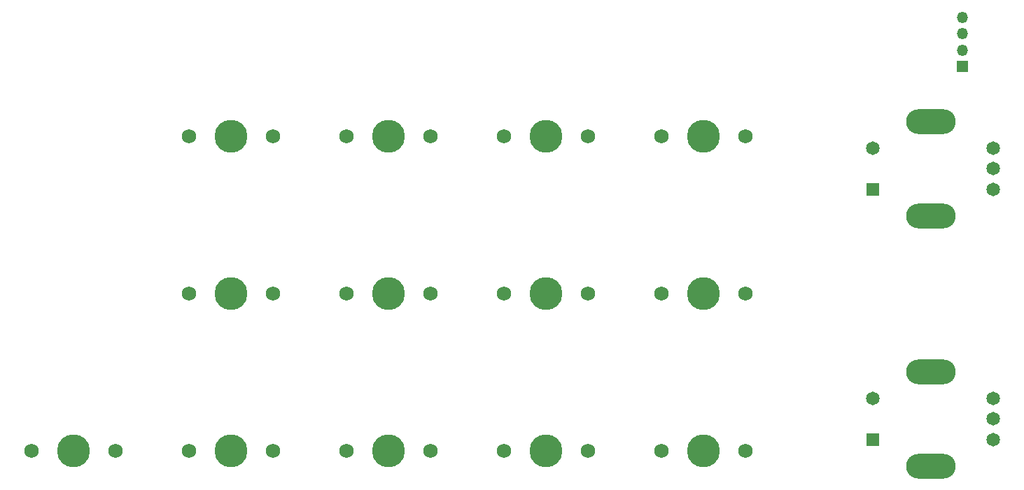
<source format=gbr>
%TF.GenerationSoftware,KiCad,Pcbnew,7.0.2*%
%TF.CreationDate,2023-08-21T12:10:16-07:00*%
%TF.ProjectId,Macropad_Project,4d616372-6f70-4616-945f-50726f6a6563,rev?*%
%TF.SameCoordinates,Original*%
%TF.FileFunction,Soldermask,Top*%
%TF.FilePolarity,Negative*%
%FSLAX46Y46*%
G04 Gerber Fmt 4.6, Leading zero omitted, Abs format (unit mm)*
G04 Created by KiCad (PCBNEW 7.0.2) date 2023-08-21 12:10:16*
%MOMM*%
%LPD*%
G01*
G04 APERTURE LIST*
%ADD10C,1.750000*%
%ADD11C,3.987800*%
%ADD12R,1.650000X1.650000*%
%ADD13C,1.650000*%
%ADD14O,6.000000X3.000000*%
%ADD15O,1.350000X1.350000*%
%ADD16R,1.350000X1.350000*%
G04 APERTURE END LIST*
D10*
%TO.C,MX14*%
X108570000Y-72050000D03*
D11*
X113650000Y-72050000D03*
D10*
X118730000Y-72050000D03*
%TD*%
%TO.C,MX13*%
X89520000Y-72050000D03*
D11*
X94600000Y-72050000D03*
D10*
X99680000Y-72050000D03*
%TD*%
%TO.C,MX7*%
X89520000Y-53000000D03*
D11*
X94600000Y-53000000D03*
D10*
X99680000Y-53000000D03*
%TD*%
%TO.C,MX9*%
X127620000Y-53000000D03*
D11*
X132700000Y-53000000D03*
D10*
X137780000Y-53000000D03*
%TD*%
%TO.C,MX2*%
X89520000Y-33970000D03*
D11*
X94600000Y-33970000D03*
D10*
X99680000Y-33970000D03*
%TD*%
D12*
%TO.C,MT10*%
X153200000Y-70660000D03*
D13*
X153200000Y-65660000D03*
X167700000Y-70660000D03*
X167700000Y-65660000D03*
X167700000Y-68160000D03*
D14*
X160200000Y-73860000D03*
X160200000Y-62460000D03*
%TD*%
D10*
%TO.C,MX11*%
X61580000Y-72050000D03*
D11*
X56500000Y-72050000D03*
D10*
X51420000Y-72050000D03*
%TD*%
D12*
%TO.C,MT5*%
X153210000Y-40360000D03*
D13*
X153210000Y-35360000D03*
X167710000Y-40360000D03*
X167710000Y-35360000D03*
X167710000Y-37860000D03*
D14*
X160210000Y-43560000D03*
X160210000Y-32160000D03*
%TD*%
D10*
%TO.C,MX3*%
X108570000Y-33970000D03*
D11*
X113650000Y-33970000D03*
D10*
X118730000Y-33970000D03*
%TD*%
%TO.C,MX8*%
X108570000Y-53000000D03*
D11*
X113650000Y-53000000D03*
D10*
X118730000Y-53000000D03*
%TD*%
%TO.C,MX15*%
X127620000Y-72050000D03*
D11*
X132700000Y-72050000D03*
D10*
X137780000Y-72050000D03*
%TD*%
%TO.C,MX12*%
X70480000Y-72050000D03*
D11*
X75560000Y-72050000D03*
D10*
X80640000Y-72050000D03*
%TD*%
%TO.C,MX4*%
X127620000Y-33970000D03*
D11*
X132700000Y-33970000D03*
D10*
X137780000Y-33970000D03*
%TD*%
%TO.C,MX6*%
X80640000Y-53000000D03*
D11*
X75560000Y-53000000D03*
D10*
X70480000Y-53000000D03*
%TD*%
%TO.C,MX1*%
X70480000Y-33970000D03*
D11*
X75560000Y-33970000D03*
D10*
X80640000Y-33970000D03*
%TD*%
D15*
%TO.C,J1*%
X164000000Y-19500000D03*
X164000000Y-21500000D03*
X164000000Y-23500000D03*
D16*
X164000000Y-25500000D03*
%TD*%
M02*

</source>
